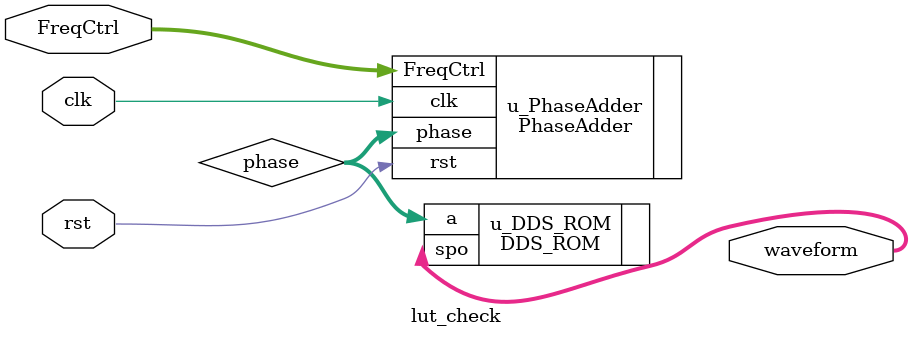
<source format=v>
`timescale 1ns / 1ps


module lut_check(
    input clk,  
    input rst,  
    input [10:0]FreqCtrl,  
    output [11:0]waveform 
    );
    
    wire [11:0]phase;  
    PhaseAdder u_PhaseAdder  
    (  
        .clk        (clk),  
        .rst        (rst),  
        .FreqCtrl   (FreqCtrl),  
        .phase      (phase)  
    );  
    
    DDS_ROM u_DDS_ROM  
    (  
        .a      (phase[11:0]),  
        .spo    (waveform)  
    );  
    
    
endmodule
</source>
